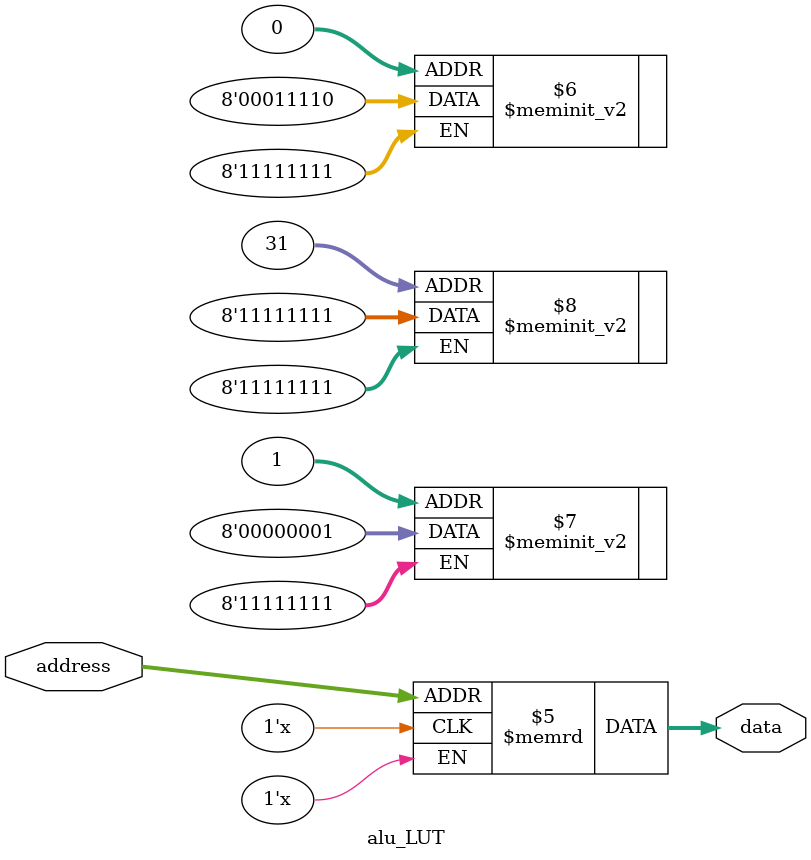
<source format=sv>
module alu_LUT (
  input [4:0] address,
  output logic [7:0] data
);

  logic [7:0] lut [0:31];

  initial begin
    lut[0] = 30;
    lut[1] = 8'b00000001;
    // ...
    lut[31] = 8'b11111111;
  end

  always_comb begin
    data = lut[address];
  end

endmodule

</source>
